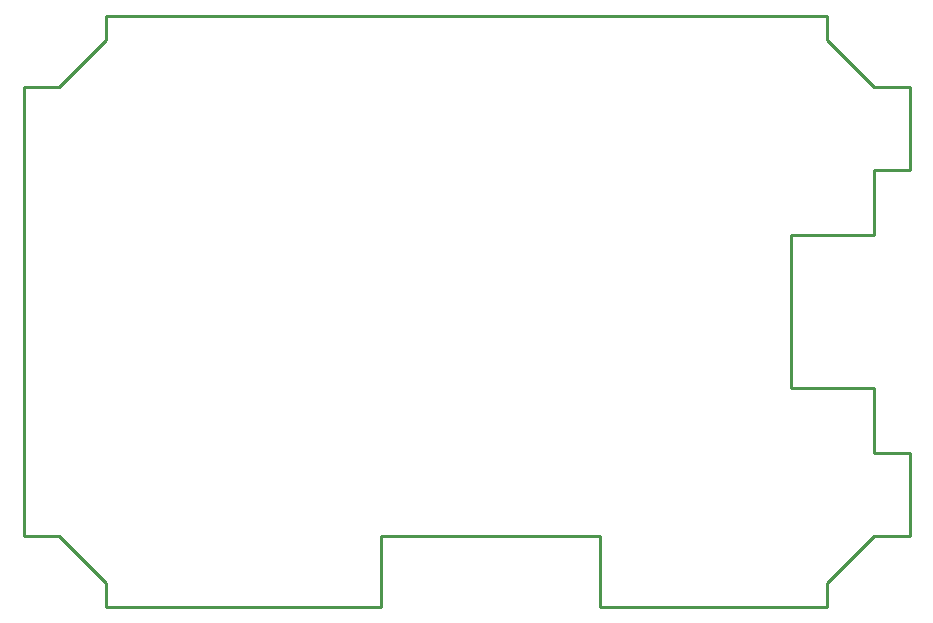
<source format=gm1>
G04 #@! TF.GenerationSoftware,KiCad,Pcbnew,(2017-11-24 revision a01d81e4b)-makepkg*
G04 #@! TF.CreationDate,2017-12-13T18:25:57-05:00*
G04 #@! TF.ProjectId,processor,70726F636573736F722E6B696361645F,rev?*
G04 #@! TF.SameCoordinates,Original*
G04 #@! TF.FileFunction,Profile,NP*
%FSLAX46Y46*%
G04 Gerber Fmt 4.6, Leading zero omitted, Abs format (unit mm)*
G04 Created by KiCad (PCBNEW (2017-11-24 revision a01d81e4b)-makepkg) date 12/13/17 18:25:57*
%MOMM*%
%LPD*%
G01*
G04 APERTURE LIST*
%ADD10C,0.250000*%
%ADD11C,0.254000*%
G04 APERTURE END LIST*
D10*
X30250000Y-50000000D02*
X7000000Y-50000000D01*
X48750000Y-50000000D02*
X68000000Y-50000000D01*
X48750000Y-44000000D02*
X48750000Y-50000000D01*
X30250000Y-44000000D02*
X48750000Y-44000000D01*
X30250000Y-50000000D02*
X30250000Y-44000000D01*
X68000000Y-2000000D02*
X72000000Y-6000000D01*
X75000000Y-6000000D02*
X72000000Y-6000000D01*
X68000000Y0D02*
X68000000Y-2000000D01*
X68000000Y-48000000D02*
X72000000Y-44000000D01*
X68000000Y-50000000D02*
X68000000Y-48000000D01*
X75000000Y-44000000D02*
X72000000Y-44000000D01*
X3000000Y-44000000D02*
X7000000Y-48000000D01*
X7000000Y-2000000D02*
X3000000Y-6000000D01*
X72000000Y-31500000D02*
X72000000Y-37000000D01*
X72000000Y-13000000D02*
X72000000Y-18500000D01*
X75000000Y-44000000D02*
X75000000Y-37000000D01*
X75000000Y-6000000D02*
X75000000Y-13000000D01*
X65000000Y-31500000D02*
X72000000Y-31500000D01*
X65000000Y-18500000D02*
X65000000Y-31500000D01*
X72000000Y-18500000D02*
X65000000Y-18500000D01*
X72000000Y-37000000D02*
X75000000Y-37000000D01*
X75000000Y-13000000D02*
X72000000Y-13000000D01*
D11*
X0Y-6000000D02*
X3000000Y-6000000D01*
X7000000Y-2000000D02*
X7000000Y0D01*
X7000000Y-48000000D02*
X7000000Y-50000000D01*
X0Y-44000000D02*
X3000000Y-44000000D01*
X0Y-6000000D02*
X0Y-44000000D01*
X68000000Y0D02*
X7000000Y0D01*
M02*

</source>
